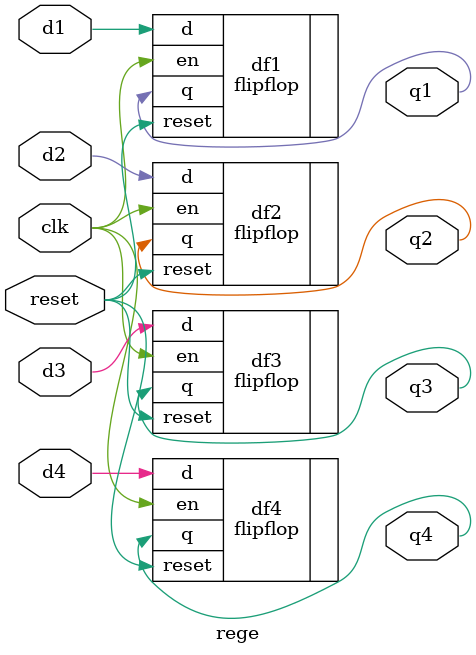
<source format=sv>
`timescale 1ns / 1ps


module rege(input d1, input d2, input d3, input d4, input reset, input clk , output q1, output q2, output q3, output q4);

flipflop df1(
.d(d1),
.q(q1),
.reset(reset),
.en(clk)
);
flipflop df2(
.d(d2),
.q(q2),
.reset(reset),
.en(clk)
);
flipflop df3(
.d(d3),
.q(q3),
.reset(reset),
.en(clk)
);
flipflop df4(
.d(d4),
.q(q4),
.reset(reset),
.en(clk)
);
endmodule

</source>
